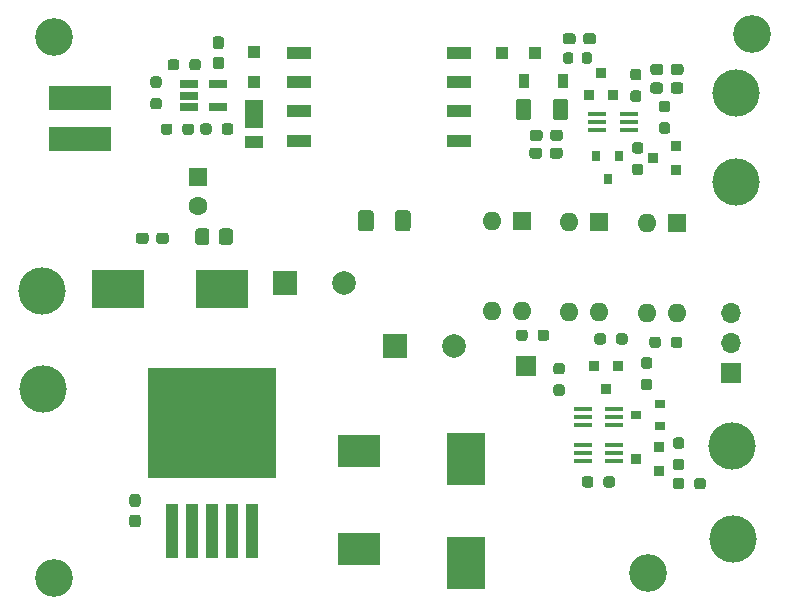
<source format=gts>
%TF.GenerationSoftware,KiCad,Pcbnew,5.1.10*%
%TF.CreationDate,2021-12-10T15:48:24+01:00*%
%TF.ProjectId,Voeding,566f6564-696e-4672-9e6b-696361645f70,rev?*%
%TF.SameCoordinates,Original*%
%TF.FileFunction,Soldermask,Top*%
%TF.FilePolarity,Negative*%
%FSLAX46Y46*%
G04 Gerber Fmt 4.6, Leading zero omitted, Abs format (unit mm)*
G04 Created by KiCad (PCBNEW 5.1.10) date 2021-12-10 15:48:24*
%MOMM*%
%LPD*%
G01*
G04 APERTURE LIST*
%ADD10C,3.200000*%
%ADD11R,0.889000X0.812800*%
%ADD12C,2.000000*%
%ADD13R,2.000000X2.000000*%
%ADD14O,1.600000X1.600000*%
%ADD15R,1.600000X1.600000*%
%ADD16R,1.500000X0.400000*%
%ADD17R,0.812800X0.889000*%
%ADD18R,10.800000X9.400000*%
%ADD19R,1.100000X4.600000*%
%ADD20R,1.599999X0.650001*%
%ADD21R,2.080000X1.070000*%
%ADD22R,0.900000X0.800000*%
%ADD23R,5.300000X2.000000*%
%ADD24R,3.600000X2.700000*%
%ADD25O,1.700000X1.700000*%
%ADD26R,1.700000X1.700000*%
%ADD27C,4.000000*%
%ADD28R,0.900000X1.200000*%
%ADD29R,1.100000X1.100000*%
%ADD30R,3.300000X4.500000*%
%ADD31R,1.500000X1.050000*%
%ADD32R,1.500000X2.400000*%
%ADD33R,1.000000X1.000000*%
%ADD34C,1.600000*%
%ADD35R,0.800000X0.900000*%
%ADD36R,4.500000X3.300000*%
G04 APERTURE END LIST*
D10*
%TO.C,REF\u002A\u002A*%
X144818100Y-43383200D03*
%TD*%
%TO.C,REF\u002A\u002A*%
X136004300Y-89014300D03*
%TD*%
%TO.C,REF\u002A\u002A*%
X85674200Y-89433400D03*
%TD*%
%TO.C,REF\u002A\u002A*%
X85725000Y-43688000D03*
%TD*%
D11*
%TO.C,U3*%
X136916279Y-80435559D03*
X136916279Y-78385561D03*
X135026280Y-79410560D03*
%TD*%
D12*
%TO.C,C2*%
X110277920Y-64455040D03*
D13*
X105277920Y-64455040D03*
%TD*%
D11*
%TO.C,U8*%
X136453641Y-53933199D03*
X138343640Y-52908200D03*
X138343640Y-54958198D03*
%TD*%
D14*
%TO.C,U12*%
X125310000Y-66900000D03*
X122770000Y-59280000D03*
X122770000Y-66900000D03*
D15*
X125310000Y-59280000D03*
%TD*%
D14*
%TO.C,U11*%
X131823000Y-66980001D03*
X129283000Y-59360001D03*
X129283000Y-66980001D03*
D15*
X131823000Y-59360001D03*
%TD*%
D14*
%TO.C,U10*%
X138446000Y-67020000D03*
X135906000Y-59400000D03*
X135906000Y-67020000D03*
D15*
X138446000Y-59400000D03*
%TD*%
D16*
%TO.C,U6*%
X130501080Y-79542400D03*
X130501080Y-78892400D03*
X130501080Y-78242400D03*
X133161080Y-78242400D03*
X133161080Y-78892400D03*
X133161080Y-79542400D03*
%TD*%
%TO.C,U5*%
X130480760Y-76484240D03*
X130480760Y-75834240D03*
X130480760Y-75184240D03*
X133140760Y-75184240D03*
X133140760Y-75834240D03*
X133140760Y-76484240D03*
%TD*%
D17*
%TO.C,U4*%
X133502400Y-71561960D03*
X131452402Y-71561960D03*
X132477401Y-73451959D03*
%TD*%
D18*
%TO.C,U2*%
X99079000Y-76346000D03*
D19*
X102479000Y-85496000D03*
X100779000Y-85496000D03*
X99079000Y-85496000D03*
X97379000Y-85496000D03*
X95679000Y-85496000D03*
%TD*%
D20*
%TO.C,U1*%
X99625000Y-47674999D03*
X99625000Y-49574998D03*
X97125000Y-49574998D03*
X97125000Y-48624999D03*
X97125000Y-47674999D03*
%TD*%
D21*
%TO.C,T1*%
X106440001Y-52455001D03*
X106440001Y-49965001D03*
X106440001Y-47475001D03*
X106440001Y-44985001D03*
X120000001Y-44985001D03*
X120000001Y-47475001D03*
X120000001Y-49965001D03*
X120000001Y-52455001D03*
%TD*%
%TO.C,R20*%
G36*
G01*
X137942500Y-69757500D02*
X137942500Y-69282500D01*
G75*
G02*
X138180000Y-69045000I237500J0D01*
G01*
X138680000Y-69045000D01*
G75*
G02*
X138917500Y-69282500I0J-237500D01*
G01*
X138917500Y-69757500D01*
G75*
G02*
X138680000Y-69995000I-237500J0D01*
G01*
X138180000Y-69995000D01*
G75*
G02*
X137942500Y-69757500I0J237500D01*
G01*
G37*
G36*
G01*
X136117500Y-69757500D02*
X136117500Y-69282500D01*
G75*
G02*
X136355000Y-69045000I237500J0D01*
G01*
X136855000Y-69045000D01*
G75*
G02*
X137092500Y-69282500I0J-237500D01*
G01*
X137092500Y-69757500D01*
G75*
G02*
X136855000Y-69995000I-237500J0D01*
G01*
X136355000Y-69995000D01*
G75*
G02*
X136117500Y-69757500I0J237500D01*
G01*
G37*
%TD*%
%TO.C,R19*%
G36*
G01*
X125802500Y-68682500D02*
X125802500Y-69157500D01*
G75*
G02*
X125565000Y-69395000I-237500J0D01*
G01*
X125065000Y-69395000D01*
G75*
G02*
X124827500Y-69157500I0J237500D01*
G01*
X124827500Y-68682500D01*
G75*
G02*
X125065000Y-68445000I237500J0D01*
G01*
X125565000Y-68445000D01*
G75*
G02*
X125802500Y-68682500I0J-237500D01*
G01*
G37*
G36*
G01*
X127627500Y-68682500D02*
X127627500Y-69157500D01*
G75*
G02*
X127390000Y-69395000I-237500J0D01*
G01*
X126890000Y-69395000D01*
G75*
G02*
X126652500Y-69157500I0J237500D01*
G01*
X126652500Y-68682500D01*
G75*
G02*
X126890000Y-68445000I237500J0D01*
G01*
X127390000Y-68445000D01*
G75*
G02*
X127627500Y-68682500I0J-237500D01*
G01*
G37*
%TD*%
%TO.C,R17*%
G36*
G01*
X132442500Y-68992500D02*
X132442500Y-69467500D01*
G75*
G02*
X132205000Y-69705000I-237500J0D01*
G01*
X131705000Y-69705000D01*
G75*
G02*
X131467500Y-69467500I0J237500D01*
G01*
X131467500Y-68992500D01*
G75*
G02*
X131705000Y-68755000I237500J0D01*
G01*
X132205000Y-68755000D01*
G75*
G02*
X132442500Y-68992500I0J-237500D01*
G01*
G37*
G36*
G01*
X134267500Y-68992500D02*
X134267500Y-69467500D01*
G75*
G02*
X134030000Y-69705000I-237500J0D01*
G01*
X133530000Y-69705000D01*
G75*
G02*
X133292500Y-69467500I0J237500D01*
G01*
X133292500Y-68992500D01*
G75*
G02*
X133530000Y-68755000I237500J0D01*
G01*
X134030000Y-68755000D01*
G75*
G02*
X134267500Y-68992500I0J-237500D01*
G01*
G37*
%TD*%
%TO.C,R15*%
G36*
G01*
X134737500Y-48187500D02*
X135212500Y-48187500D01*
G75*
G02*
X135450000Y-48425000I0J-237500D01*
G01*
X135450000Y-48925000D01*
G75*
G02*
X135212500Y-49162500I-237500J0D01*
G01*
X134737500Y-49162500D01*
G75*
G02*
X134500000Y-48925000I0J237500D01*
G01*
X134500000Y-48425000D01*
G75*
G02*
X134737500Y-48187500I237500J0D01*
G01*
G37*
G36*
G01*
X134737500Y-46362500D02*
X135212500Y-46362500D01*
G75*
G02*
X135450000Y-46600000I0J-237500D01*
G01*
X135450000Y-47100000D01*
G75*
G02*
X135212500Y-47337500I-237500J0D01*
G01*
X134737500Y-47337500D01*
G75*
G02*
X134500000Y-47100000I0J237500D01*
G01*
X134500000Y-46600000D01*
G75*
G02*
X134737500Y-46362500I237500J0D01*
G01*
G37*
%TD*%
%TO.C,R14*%
G36*
G01*
X137637500Y-50037500D02*
X137162500Y-50037500D01*
G75*
G02*
X136925000Y-49800000I0J237500D01*
G01*
X136925000Y-49300000D01*
G75*
G02*
X137162500Y-49062500I237500J0D01*
G01*
X137637500Y-49062500D01*
G75*
G02*
X137875000Y-49300000I0J-237500D01*
G01*
X137875000Y-49800000D01*
G75*
G02*
X137637500Y-50037500I-237500J0D01*
G01*
G37*
G36*
G01*
X137637500Y-51862500D02*
X137162500Y-51862500D01*
G75*
G02*
X136925000Y-51625000I0J237500D01*
G01*
X136925000Y-51125000D01*
G75*
G02*
X137162500Y-50887500I237500J0D01*
G01*
X137637500Y-50887500D01*
G75*
G02*
X137875000Y-51125000I0J-237500D01*
G01*
X137875000Y-51625000D01*
G75*
G02*
X137637500Y-51862500I-237500J0D01*
G01*
G37*
%TD*%
%TO.C,R12*%
G36*
G01*
X134887500Y-54387500D02*
X135362500Y-54387500D01*
G75*
G02*
X135600000Y-54625000I0J-237500D01*
G01*
X135600000Y-55125000D01*
G75*
G02*
X135362500Y-55362500I-237500J0D01*
G01*
X134887500Y-55362500D01*
G75*
G02*
X134650000Y-55125000I0J237500D01*
G01*
X134650000Y-54625000D01*
G75*
G02*
X134887500Y-54387500I237500J0D01*
G01*
G37*
G36*
G01*
X134887500Y-52562500D02*
X135362500Y-52562500D01*
G75*
G02*
X135600000Y-52800000I0J-237500D01*
G01*
X135600000Y-53300000D01*
G75*
G02*
X135362500Y-53537500I-237500J0D01*
G01*
X134887500Y-53537500D01*
G75*
G02*
X134650000Y-53300000I0J237500D01*
G01*
X134650000Y-52800000D01*
G75*
G02*
X134887500Y-52562500I237500J0D01*
G01*
G37*
%TD*%
%TO.C,R11*%
G36*
G01*
X138352500Y-79392500D02*
X138827500Y-79392500D01*
G75*
G02*
X139065000Y-79630000I0J-237500D01*
G01*
X139065000Y-80130000D01*
G75*
G02*
X138827500Y-80367500I-237500J0D01*
G01*
X138352500Y-80367500D01*
G75*
G02*
X138115000Y-80130000I0J237500D01*
G01*
X138115000Y-79630000D01*
G75*
G02*
X138352500Y-79392500I237500J0D01*
G01*
G37*
G36*
G01*
X138352500Y-77567500D02*
X138827500Y-77567500D01*
G75*
G02*
X139065000Y-77805000I0J-237500D01*
G01*
X139065000Y-78305000D01*
G75*
G02*
X138827500Y-78542500I-237500J0D01*
G01*
X138352500Y-78542500D01*
G75*
G02*
X138115000Y-78305000I0J237500D01*
G01*
X138115000Y-77805000D01*
G75*
G02*
X138352500Y-77567500I237500J0D01*
G01*
G37*
%TD*%
%TO.C,R10*%
G36*
G01*
X139067500Y-81242500D02*
X139067500Y-81717500D01*
G75*
G02*
X138830000Y-81955000I-237500J0D01*
G01*
X138330000Y-81955000D01*
G75*
G02*
X138092500Y-81717500I0J237500D01*
G01*
X138092500Y-81242500D01*
G75*
G02*
X138330000Y-81005000I237500J0D01*
G01*
X138830000Y-81005000D01*
G75*
G02*
X139067500Y-81242500I0J-237500D01*
G01*
G37*
G36*
G01*
X140892500Y-81242500D02*
X140892500Y-81717500D01*
G75*
G02*
X140655000Y-81955000I-237500J0D01*
G01*
X140155000Y-81955000D01*
G75*
G02*
X139917500Y-81717500I0J237500D01*
G01*
X139917500Y-81242500D01*
G75*
G02*
X140155000Y-81005000I237500J0D01*
G01*
X140655000Y-81005000D01*
G75*
G02*
X140892500Y-81242500I0J-237500D01*
G01*
G37*
%TD*%
%TO.C,R9*%
G36*
G01*
X132222420Y-81573380D02*
X132222420Y-81098380D01*
G75*
G02*
X132459920Y-80860880I237500J0D01*
G01*
X132959920Y-80860880D01*
G75*
G02*
X133197420Y-81098380I0J-237500D01*
G01*
X133197420Y-81573380D01*
G75*
G02*
X132959920Y-81810880I-237500J0D01*
G01*
X132459920Y-81810880D01*
G75*
G02*
X132222420Y-81573380I0J237500D01*
G01*
G37*
G36*
G01*
X130397420Y-81573380D02*
X130397420Y-81098380D01*
G75*
G02*
X130634920Y-80860880I237500J0D01*
G01*
X131134920Y-80860880D01*
G75*
G02*
X131372420Y-81098380I0J-237500D01*
G01*
X131372420Y-81573380D01*
G75*
G02*
X131134920Y-81810880I-237500J0D01*
G01*
X130634920Y-81810880D01*
G75*
G02*
X130397420Y-81573380I0J237500D01*
G01*
G37*
%TD*%
%TO.C,R8*%
G36*
G01*
X128235700Y-73087420D02*
X128710700Y-73087420D01*
G75*
G02*
X128948200Y-73324920I0J-237500D01*
G01*
X128948200Y-73824920D01*
G75*
G02*
X128710700Y-74062420I-237500J0D01*
G01*
X128235700Y-74062420D01*
G75*
G02*
X127998200Y-73824920I0J237500D01*
G01*
X127998200Y-73324920D01*
G75*
G02*
X128235700Y-73087420I237500J0D01*
G01*
G37*
G36*
G01*
X128235700Y-71262420D02*
X128710700Y-71262420D01*
G75*
G02*
X128948200Y-71499920I0J-237500D01*
G01*
X128948200Y-71999920D01*
G75*
G02*
X128710700Y-72237420I-237500J0D01*
G01*
X128235700Y-72237420D01*
G75*
G02*
X127998200Y-71999920I0J237500D01*
G01*
X127998200Y-71499920D01*
G75*
G02*
X128235700Y-71262420I237500J0D01*
G01*
G37*
%TD*%
%TO.C,R7*%
G36*
G01*
X136122420Y-71746560D02*
X135647420Y-71746560D01*
G75*
G02*
X135409920Y-71509060I0J237500D01*
G01*
X135409920Y-71009060D01*
G75*
G02*
X135647420Y-70771560I237500J0D01*
G01*
X136122420Y-70771560D01*
G75*
G02*
X136359920Y-71009060I0J-237500D01*
G01*
X136359920Y-71509060D01*
G75*
G02*
X136122420Y-71746560I-237500J0D01*
G01*
G37*
G36*
G01*
X136122420Y-73571560D02*
X135647420Y-73571560D01*
G75*
G02*
X135409920Y-73334060I0J237500D01*
G01*
X135409920Y-72834060D01*
G75*
G02*
X135647420Y-72596560I237500J0D01*
G01*
X136122420Y-72596560D01*
G75*
G02*
X136359920Y-72834060I0J-237500D01*
G01*
X136359920Y-73334060D01*
G75*
G02*
X136122420Y-73571560I-237500J0D01*
G01*
G37*
%TD*%
%TO.C,R4*%
G36*
G01*
X99062500Y-51212500D02*
X99062500Y-51687500D01*
G75*
G02*
X98825000Y-51925000I-237500J0D01*
G01*
X98325000Y-51925000D01*
G75*
G02*
X98087500Y-51687500I0J237500D01*
G01*
X98087500Y-51212500D01*
G75*
G02*
X98325000Y-50975000I237500J0D01*
G01*
X98825000Y-50975000D01*
G75*
G02*
X99062500Y-51212500I0J-237500D01*
G01*
G37*
G36*
G01*
X100887500Y-51212500D02*
X100887500Y-51687500D01*
G75*
G02*
X100650000Y-51925000I-237500J0D01*
G01*
X100150000Y-51925000D01*
G75*
G02*
X99912500Y-51687500I0J237500D01*
G01*
X99912500Y-51212500D01*
G75*
G02*
X100150000Y-50975000I237500J0D01*
G01*
X100650000Y-50975000D01*
G75*
G02*
X100887500Y-51212500I0J-237500D01*
G01*
G37*
%TD*%
%TO.C,R3*%
G36*
G01*
X95737500Y-51237500D02*
X95737500Y-51712500D01*
G75*
G02*
X95500000Y-51950000I-237500J0D01*
G01*
X95000000Y-51950000D01*
G75*
G02*
X94762500Y-51712500I0J237500D01*
G01*
X94762500Y-51237500D01*
G75*
G02*
X95000000Y-51000000I237500J0D01*
G01*
X95500000Y-51000000D01*
G75*
G02*
X95737500Y-51237500I0J-237500D01*
G01*
G37*
G36*
G01*
X97562500Y-51237500D02*
X97562500Y-51712500D01*
G75*
G02*
X97325000Y-51950000I-237500J0D01*
G01*
X96825000Y-51950000D01*
G75*
G02*
X96587500Y-51712500I0J237500D01*
G01*
X96587500Y-51237500D01*
G75*
G02*
X96825000Y-51000000I237500J0D01*
G01*
X97325000Y-51000000D01*
G75*
G02*
X97562500Y-51237500I0J-237500D01*
G01*
G37*
%TD*%
%TO.C,R2*%
G36*
G01*
X94112500Y-48825000D02*
X94587500Y-48825000D01*
G75*
G02*
X94825000Y-49062500I0J-237500D01*
G01*
X94825000Y-49562500D01*
G75*
G02*
X94587500Y-49800000I-237500J0D01*
G01*
X94112500Y-49800000D01*
G75*
G02*
X93875000Y-49562500I0J237500D01*
G01*
X93875000Y-49062500D01*
G75*
G02*
X94112500Y-48825000I237500J0D01*
G01*
G37*
G36*
G01*
X94112500Y-47000000D02*
X94587500Y-47000000D01*
G75*
G02*
X94825000Y-47237500I0J-237500D01*
G01*
X94825000Y-47737500D01*
G75*
G02*
X94587500Y-47975000I-237500J0D01*
G01*
X94112500Y-47975000D01*
G75*
G02*
X93875000Y-47737500I0J237500D01*
G01*
X93875000Y-47237500D01*
G75*
G02*
X94112500Y-47000000I237500J0D01*
G01*
G37*
%TD*%
%TO.C,R1*%
G36*
G01*
X96312500Y-45787500D02*
X96312500Y-46262500D01*
G75*
G02*
X96075000Y-46500000I-237500J0D01*
G01*
X95575000Y-46500000D01*
G75*
G02*
X95337500Y-46262500I0J237500D01*
G01*
X95337500Y-45787500D01*
G75*
G02*
X95575000Y-45550000I237500J0D01*
G01*
X96075000Y-45550000D01*
G75*
G02*
X96312500Y-45787500I0J-237500D01*
G01*
G37*
G36*
G01*
X98137500Y-45787500D02*
X98137500Y-46262500D01*
G75*
G02*
X97900000Y-46500000I-237500J0D01*
G01*
X97400000Y-46500000D01*
G75*
G02*
X97162500Y-46262500I0J237500D01*
G01*
X97162500Y-45787500D01*
G75*
G02*
X97400000Y-45550000I237500J0D01*
G01*
X97900000Y-45550000D01*
G75*
G02*
X98137500Y-45787500I0J-237500D01*
G01*
G37*
%TD*%
D22*
%TO.C,Q1*%
X134975000Y-75650000D03*
X136975000Y-74700000D03*
X136975000Y-76600000D03*
%TD*%
D23*
%TO.C,L2*%
X87889080Y-52298480D03*
X87889080Y-48798480D03*
%TD*%
D24*
%TO.C,L1*%
X111566960Y-78684480D03*
X111566960Y-86984480D03*
%TD*%
D25*
%TO.C,J8*%
X143010000Y-67020000D03*
X143010000Y-69560000D03*
D26*
X143010000Y-72100000D03*
%TD*%
%TO.C,J7*%
X125704600Y-71516240D03*
%TD*%
D27*
%TO.C,J6*%
X84780120Y-73466960D03*
%TD*%
%TO.C,J5*%
X143103600Y-78313280D03*
%TD*%
%TO.C,J4*%
X143484600Y-48374300D03*
%TD*%
%TO.C,J3*%
X143484600Y-55905400D03*
%TD*%
%TO.C,J2*%
X143159480Y-86141560D03*
%TD*%
%TO.C,J1*%
X84729320Y-65130680D03*
%TD*%
%TO.C,FB1*%
G36*
G01*
X99669040Y-61029001D02*
X99669040Y-60128999D01*
G75*
G02*
X99919039Y-59879000I249999J0D01*
G01*
X100619041Y-59879000D01*
G75*
G02*
X100869040Y-60128999I0J-249999D01*
G01*
X100869040Y-61029001D01*
G75*
G02*
X100619041Y-61279000I-249999J0D01*
G01*
X99919039Y-61279000D01*
G75*
G02*
X99669040Y-61029001I0J249999D01*
G01*
G37*
G36*
G01*
X97669040Y-61029001D02*
X97669040Y-60128999D01*
G75*
G02*
X97919039Y-59879000I249999J0D01*
G01*
X98619041Y-59879000D01*
G75*
G02*
X98869040Y-60128999I0J-249999D01*
G01*
X98869040Y-61029001D01*
G75*
G02*
X98619041Y-61279000I-249999J0D01*
G01*
X97919039Y-61279000D01*
G75*
G02*
X97669040Y-61029001I0J249999D01*
G01*
G37*
%TD*%
%TO.C,F1*%
G36*
G01*
X129687500Y-45193750D02*
X129687500Y-45706250D01*
G75*
G02*
X129468750Y-45925000I-218750J0D01*
G01*
X129031250Y-45925000D01*
G75*
G02*
X128812500Y-45706250I0J218750D01*
G01*
X128812500Y-45193750D01*
G75*
G02*
X129031250Y-44975000I218750J0D01*
G01*
X129468750Y-44975000D01*
G75*
G02*
X129687500Y-45193750I0J-218750D01*
G01*
G37*
G36*
G01*
X131262500Y-45193750D02*
X131262500Y-45706250D01*
G75*
G02*
X131043750Y-45925000I-218750J0D01*
G01*
X130606250Y-45925000D01*
G75*
G02*
X130387500Y-45706250I0J218750D01*
G01*
X130387500Y-45193750D01*
G75*
G02*
X130606250Y-44975000I218750J0D01*
G01*
X131043750Y-44975000D01*
G75*
G02*
X131262500Y-45193750I0J-218750D01*
G01*
G37*
%TD*%
D28*
%TO.C,D5*%
X125475000Y-47400000D03*
X128775000Y-47400000D03*
%TD*%
D29*
%TO.C,D4*%
X123600000Y-45000000D03*
X126400000Y-45000000D03*
%TD*%
D30*
%TO.C,D3*%
X120629680Y-79394600D03*
X120629680Y-88194600D03*
%TD*%
D31*
%TO.C,D2*%
X102600000Y-52525000D03*
D32*
X102600000Y-50150000D03*
%TD*%
D33*
%TO.C,D1*%
X102600000Y-44950000D03*
X102600000Y-47450000D03*
%TD*%
%TO.C,C13*%
G36*
G01*
X137911720Y-48228260D02*
X137911720Y-47753260D01*
G75*
G02*
X138149220Y-47515760I237500J0D01*
G01*
X138749220Y-47515760D01*
G75*
G02*
X138986720Y-47753260I0J-237500D01*
G01*
X138986720Y-48228260D01*
G75*
G02*
X138749220Y-48465760I-237500J0D01*
G01*
X138149220Y-48465760D01*
G75*
G02*
X137911720Y-48228260I0J237500D01*
G01*
G37*
G36*
G01*
X136186720Y-48228260D02*
X136186720Y-47753260D01*
G75*
G02*
X136424220Y-47515760I237500J0D01*
G01*
X137024220Y-47515760D01*
G75*
G02*
X137261720Y-47753260I0J-237500D01*
G01*
X137261720Y-48228260D01*
G75*
G02*
X137024220Y-48465760I-237500J0D01*
G01*
X136424220Y-48465760D01*
G75*
G02*
X136186720Y-48228260I0J237500D01*
G01*
G37*
%TD*%
%TO.C,C12*%
G36*
G01*
X137933140Y-46648380D02*
X137933140Y-46173380D01*
G75*
G02*
X138170640Y-45935880I237500J0D01*
G01*
X138770640Y-45935880D01*
G75*
G02*
X139008140Y-46173380I0J-237500D01*
G01*
X139008140Y-46648380D01*
G75*
G02*
X138770640Y-46885880I-237500J0D01*
G01*
X138170640Y-46885880D01*
G75*
G02*
X137933140Y-46648380I0J237500D01*
G01*
G37*
G36*
G01*
X136208140Y-46648380D02*
X136208140Y-46173380D01*
G75*
G02*
X136445640Y-45935880I237500J0D01*
G01*
X137045640Y-45935880D01*
G75*
G02*
X137283140Y-46173380I0J-237500D01*
G01*
X137283140Y-46648380D01*
G75*
G02*
X137045640Y-46885880I-237500J0D01*
G01*
X136445640Y-46885880D01*
G75*
G02*
X136208140Y-46648380I0J237500D01*
G01*
G37*
%TD*%
%TO.C,C11*%
G36*
G01*
X129862500Y-43582500D02*
X129862500Y-44057500D01*
G75*
G02*
X129625000Y-44295000I-237500J0D01*
G01*
X129025000Y-44295000D01*
G75*
G02*
X128787500Y-44057500I0J237500D01*
G01*
X128787500Y-43582500D01*
G75*
G02*
X129025000Y-43345000I237500J0D01*
G01*
X129625000Y-43345000D01*
G75*
G02*
X129862500Y-43582500I0J-237500D01*
G01*
G37*
G36*
G01*
X131587500Y-43582500D02*
X131587500Y-44057500D01*
G75*
G02*
X131350000Y-44295000I-237500J0D01*
G01*
X130750000Y-44295000D01*
G75*
G02*
X130512500Y-44057500I0J237500D01*
G01*
X130512500Y-43582500D01*
G75*
G02*
X130750000Y-43345000I237500J0D01*
G01*
X131350000Y-43345000D01*
G75*
G02*
X131587500Y-43582500I0J-237500D01*
G01*
G37*
%TD*%
%TO.C,C10*%
G36*
G01*
X112767140Y-58577719D02*
X112767140Y-59877721D01*
G75*
G02*
X112517141Y-60127720I-249999J0D01*
G01*
X111692139Y-60127720D01*
G75*
G02*
X111442140Y-59877721I0J249999D01*
G01*
X111442140Y-58577719D01*
G75*
G02*
X111692139Y-58327720I249999J0D01*
G01*
X112517141Y-58327720D01*
G75*
G02*
X112767140Y-58577719I0J-249999D01*
G01*
G37*
G36*
G01*
X115892140Y-58577719D02*
X115892140Y-59877721D01*
G75*
G02*
X115642141Y-60127720I-249999J0D01*
G01*
X114817139Y-60127720D01*
G75*
G02*
X114567140Y-59877721I0J249999D01*
G01*
X114567140Y-58577719D01*
G75*
G02*
X114817139Y-58327720I249999J0D01*
G01*
X115642141Y-58327720D01*
G75*
G02*
X115892140Y-58577719I0J-249999D01*
G01*
G37*
%TD*%
%TO.C,C9*%
G36*
G01*
X99862500Y-44687500D02*
X99387500Y-44687500D01*
G75*
G02*
X99150000Y-44450000I0J237500D01*
G01*
X99150000Y-43850000D01*
G75*
G02*
X99387500Y-43612500I237500J0D01*
G01*
X99862500Y-43612500D01*
G75*
G02*
X100100000Y-43850000I0J-237500D01*
G01*
X100100000Y-44450000D01*
G75*
G02*
X99862500Y-44687500I-237500J0D01*
G01*
G37*
G36*
G01*
X99862500Y-46412500D02*
X99387500Y-46412500D01*
G75*
G02*
X99150000Y-46175000I0J237500D01*
G01*
X99150000Y-45575000D01*
G75*
G02*
X99387500Y-45337500I237500J0D01*
G01*
X99862500Y-45337500D01*
G75*
G02*
X100100000Y-45575000I0J-237500D01*
G01*
X100100000Y-46175000D01*
G75*
G02*
X99862500Y-46412500I-237500J0D01*
G01*
G37*
%TD*%
D34*
%TO.C,C8*%
X97942400Y-57999000D03*
D15*
X97942400Y-55499000D03*
%TD*%
%TO.C,C7*%
G36*
G01*
X93711980Y-60473580D02*
X93711980Y-60948580D01*
G75*
G02*
X93474480Y-61186080I-237500J0D01*
G01*
X92874480Y-61186080D01*
G75*
G02*
X92636980Y-60948580I0J237500D01*
G01*
X92636980Y-60473580D01*
G75*
G02*
X92874480Y-60236080I237500J0D01*
G01*
X93474480Y-60236080D01*
G75*
G02*
X93711980Y-60473580I0J-237500D01*
G01*
G37*
G36*
G01*
X95436980Y-60473580D02*
X95436980Y-60948580D01*
G75*
G02*
X95199480Y-61186080I-237500J0D01*
G01*
X94599480Y-61186080D01*
G75*
G02*
X94361980Y-60948580I0J237500D01*
G01*
X94361980Y-60473580D01*
G75*
G02*
X94599480Y-60236080I237500J0D01*
G01*
X95199480Y-60236080D01*
G75*
G02*
X95436980Y-60473580I0J-237500D01*
G01*
G37*
%TD*%
%TO.C,C6*%
G36*
G01*
X127037500Y-53262500D02*
X127037500Y-53737500D01*
G75*
G02*
X126800000Y-53975000I-237500J0D01*
G01*
X126200000Y-53975000D01*
G75*
G02*
X125962500Y-53737500I0J237500D01*
G01*
X125962500Y-53262500D01*
G75*
G02*
X126200000Y-53025000I237500J0D01*
G01*
X126800000Y-53025000D01*
G75*
G02*
X127037500Y-53262500I0J-237500D01*
G01*
G37*
G36*
G01*
X128762500Y-53262500D02*
X128762500Y-53737500D01*
G75*
G02*
X128525000Y-53975000I-237500J0D01*
G01*
X127925000Y-53975000D01*
G75*
G02*
X127687500Y-53737500I0J237500D01*
G01*
X127687500Y-53262500D01*
G75*
G02*
X127925000Y-53025000I237500J0D01*
G01*
X128525000Y-53025000D01*
G75*
G02*
X128762500Y-53262500I0J-237500D01*
G01*
G37*
%TD*%
%TO.C,C5*%
G36*
G01*
X127075000Y-51762500D02*
X127075000Y-52237500D01*
G75*
G02*
X126837500Y-52475000I-237500J0D01*
G01*
X126237500Y-52475000D01*
G75*
G02*
X126000000Y-52237500I0J237500D01*
G01*
X126000000Y-51762500D01*
G75*
G02*
X126237500Y-51525000I237500J0D01*
G01*
X126837500Y-51525000D01*
G75*
G02*
X127075000Y-51762500I0J-237500D01*
G01*
G37*
G36*
G01*
X128800000Y-51762500D02*
X128800000Y-52237500D01*
G75*
G02*
X128562500Y-52475000I-237500J0D01*
G01*
X127962500Y-52475000D01*
G75*
G02*
X127725000Y-52237500I0J237500D01*
G01*
X127725000Y-51762500D01*
G75*
G02*
X127962500Y-51525000I237500J0D01*
G01*
X128562500Y-51525000D01*
G75*
G02*
X128800000Y-51762500I0J-237500D01*
G01*
G37*
%TD*%
%TO.C,C4*%
G36*
G01*
X126117380Y-49149239D02*
X126117380Y-50449241D01*
G75*
G02*
X125867381Y-50699240I-249999J0D01*
G01*
X125042379Y-50699240D01*
G75*
G02*
X124792380Y-50449241I0J249999D01*
G01*
X124792380Y-49149239D01*
G75*
G02*
X125042379Y-48899240I249999J0D01*
G01*
X125867381Y-48899240D01*
G75*
G02*
X126117380Y-49149239I0J-249999D01*
G01*
G37*
G36*
G01*
X129242380Y-49149239D02*
X129242380Y-50449241D01*
G75*
G02*
X128992381Y-50699240I-249999J0D01*
G01*
X128167379Y-50699240D01*
G75*
G02*
X127917380Y-50449241I0J249999D01*
G01*
X127917380Y-49149239D01*
G75*
G02*
X128167379Y-48899240I249999J0D01*
G01*
X128992381Y-48899240D01*
G75*
G02*
X129242380Y-49149239I0J-249999D01*
G01*
G37*
%TD*%
D12*
%TO.C,C3*%
X119593360Y-69865240D03*
D13*
X114593360Y-69865240D03*
%TD*%
%TO.C,C1*%
G36*
G01*
X92800180Y-83449280D02*
X92325180Y-83449280D01*
G75*
G02*
X92087680Y-83211780I0J237500D01*
G01*
X92087680Y-82611780D01*
G75*
G02*
X92325180Y-82374280I237500J0D01*
G01*
X92800180Y-82374280D01*
G75*
G02*
X93037680Y-82611780I0J-237500D01*
G01*
X93037680Y-83211780D01*
G75*
G02*
X92800180Y-83449280I-237500J0D01*
G01*
G37*
G36*
G01*
X92800180Y-85174280D02*
X92325180Y-85174280D01*
G75*
G02*
X92087680Y-84936780I0J237500D01*
G01*
X92087680Y-84336780D01*
G75*
G02*
X92325180Y-84099280I237500J0D01*
G01*
X92800180Y-84099280D01*
G75*
G02*
X93037680Y-84336780I0J-237500D01*
G01*
X93037680Y-84936780D01*
G75*
G02*
X92800180Y-85174280I-237500J0D01*
G01*
G37*
%TD*%
D35*
%TO.C,Q2*%
X133525000Y-53725000D03*
X131625000Y-53725000D03*
X132575000Y-55725000D03*
%TD*%
D17*
%TO.C,U9*%
X131025000Y-48614999D03*
X133074998Y-48614999D03*
X132049999Y-46725000D03*
%TD*%
D16*
%TO.C,U7*%
X131695000Y-50225000D03*
X131695000Y-50875000D03*
X131695000Y-51525000D03*
X134355000Y-51525000D03*
X134355000Y-50875000D03*
X134355000Y-50225000D03*
%TD*%
D36*
%TO.C,D6*%
X99954800Y-64983360D03*
X91154800Y-64983360D03*
%TD*%
M02*

</source>
